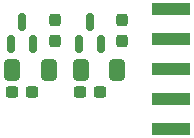
<source format=gbr>
%TF.GenerationSoftware,KiCad,Pcbnew,(6.0.0-rc1-461-ge5d6ec836f)*%
%TF.CreationDate,2022-01-23T00:53:45+08:00*%
%TF.ProjectId,usb_adapter,7573625f-6164-4617-9074-65722e6b6963,rev?*%
%TF.SameCoordinates,Original*%
%TF.FileFunction,Paste,Bot*%
%TF.FilePolarity,Positive*%
%FSLAX46Y46*%
G04 Gerber Fmt 4.6, Leading zero omitted, Abs format (unit mm)*
G04 Created by KiCad (PCBNEW (6.0.0-rc1-461-ge5d6ec836f)) date 2022-01-23 00:53:45*
%MOMM*%
%LPD*%
G01*
G04 APERTURE LIST*
G04 Aperture macros list*
%AMRoundRect*
0 Rectangle with rounded corners*
0 $1 Rounding radius*
0 $2 $3 $4 $5 $6 $7 $8 $9 X,Y pos of 4 corners*
0 Add a 4 corners polygon primitive as box body*
4,1,4,$2,$3,$4,$5,$6,$7,$8,$9,$2,$3,0*
0 Add four circle primitives for the rounded corners*
1,1,$1+$1,$2,$3*
1,1,$1+$1,$4,$5*
1,1,$1+$1,$6,$7*
1,1,$1+$1,$8,$9*
0 Add four rect primitives between the rounded corners*
20,1,$1+$1,$2,$3,$4,$5,0*
20,1,$1+$1,$4,$5,$6,$7,0*
20,1,$1+$1,$6,$7,$8,$9,0*
20,1,$1+$1,$8,$9,$2,$3,0*%
G04 Aperture macros list end*
%ADD10RoundRect,0.150000X0.150000X-0.587500X0.150000X0.587500X-0.150000X0.587500X-0.150000X-0.587500X0*%
%ADD11RoundRect,0.237500X-0.300000X-0.237500X0.300000X-0.237500X0.300000X0.237500X-0.300000X0.237500X0*%
%ADD12RoundRect,0.237500X-0.237500X0.300000X-0.237500X-0.300000X0.237500X-0.300000X0.237500X0.300000X0*%
%ADD13RoundRect,0.250000X-0.412500X-0.650000X0.412500X-0.650000X0.412500X0.650000X-0.412500X0.650000X0*%
%ADD14R,3.200000X1.000000*%
G04 APERTURE END LIST*
D10*
%TO.C,U2*%
X112950000Y-90437500D03*
X111050000Y-90437500D03*
X112000000Y-88562500D03*
%TD*%
%TO.C,U1*%
X107200000Y-90437500D03*
X105300000Y-90437500D03*
X106250000Y-88562500D03*
%TD*%
D11*
%TO.C,C6*%
X111137500Y-94500000D03*
X112862500Y-94500000D03*
%TD*%
D12*
%TO.C,C1*%
X109000000Y-88387500D03*
X109000000Y-90112500D03*
%TD*%
D11*
%TO.C,C3*%
X105387500Y-94500000D03*
X107112500Y-94500000D03*
%TD*%
D13*
%TO.C,C5*%
X111200000Y-92600000D03*
X114325000Y-92600000D03*
%TD*%
%TO.C,C2*%
X105437500Y-92600000D03*
X108562500Y-92600000D03*
%TD*%
D14*
%TO.C,J1*%
X118825000Y-97580000D03*
X118825000Y-95040000D03*
X118825000Y-92500000D03*
X118825000Y-89960000D03*
X118825000Y-87420000D03*
%TD*%
D12*
%TO.C,C4*%
X114750000Y-88387500D03*
X114750000Y-90112500D03*
%TD*%
M02*

</source>
